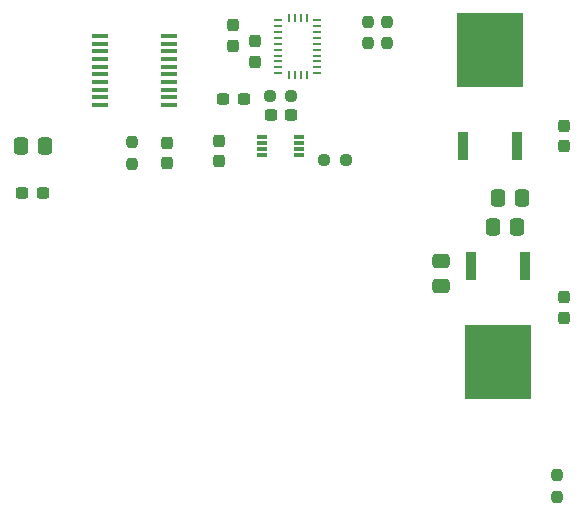
<source format=gbr>
%TF.GenerationSoftware,KiCad,Pcbnew,8.0.7*%
%TF.CreationDate,2024-12-26T23:36:22+07:00*%
%TF.ProjectId,Teensy4.0PCB,5465656e-7379-4342-9e30-5043422e6b69,rev?*%
%TF.SameCoordinates,Original*%
%TF.FileFunction,Paste,Top*%
%TF.FilePolarity,Positive*%
%FSLAX46Y46*%
G04 Gerber Fmt 4.6, Leading zero omitted, Abs format (unit mm)*
G04 Created by KiCad (PCBNEW 8.0.7) date 2024-12-26 23:36:22*
%MOMM*%
%LPD*%
G01*
G04 APERTURE LIST*
G04 Aperture macros list*
%AMRoundRect*
0 Rectangle with rounded corners*
0 $1 Rounding radius*
0 $2 $3 $4 $5 $6 $7 $8 $9 X,Y pos of 4 corners*
0 Add a 4 corners polygon primitive as box body*
4,1,4,$2,$3,$4,$5,$6,$7,$8,$9,$2,$3,0*
0 Add four circle primitives for the rounded corners*
1,1,$1+$1,$2,$3*
1,1,$1+$1,$4,$5*
1,1,$1+$1,$6,$7*
1,1,$1+$1,$8,$9*
0 Add four rect primitives between the rounded corners*
20,1,$1+$1,$2,$3,$4,$5,0*
20,1,$1+$1,$4,$5,$6,$7,0*
20,1,$1+$1,$6,$7,$8,$9,0*
20,1,$1+$1,$8,$9,$2,$3,0*%
G04 Aperture macros list end*
%ADD10RoundRect,0.250000X-0.337500X-0.475000X0.337500X-0.475000X0.337500X0.475000X-0.337500X0.475000X0*%
%ADD11RoundRect,0.237500X0.237500X-0.250000X0.237500X0.250000X-0.237500X0.250000X-0.237500X-0.250000X0*%
%ADD12RoundRect,0.237500X-0.300000X-0.237500X0.300000X-0.237500X0.300000X0.237500X-0.300000X0.237500X0*%
%ADD13RoundRect,0.237500X0.237500X-0.300000X0.237500X0.300000X-0.237500X0.300000X-0.237500X-0.300000X0*%
%ADD14R,0.675000X0.254000*%
%ADD15R,0.254000X0.675000*%
%ADD16RoundRect,0.237500X-0.237500X0.250000X-0.237500X-0.250000X0.237500X-0.250000X0.237500X0.250000X0*%
%ADD17RoundRect,0.237500X-0.250000X-0.237500X0.250000X-0.237500X0.250000X0.237500X-0.250000X0.237500X0*%
%ADD18R,0.850000X0.300000*%
%ADD19R,0.939800X2.489200*%
%ADD20R,5.562600X6.299200*%
%ADD21RoundRect,0.250000X0.475000X-0.337500X0.475000X0.337500X-0.475000X0.337500X-0.475000X-0.337500X0*%
%ADD22RoundRect,0.237500X-0.237500X0.300000X-0.237500X-0.300000X0.237500X-0.300000X0.237500X0.300000X0*%
%ADD23R,1.475000X0.450000*%
G04 APERTURE END LIST*
D10*
%TO.C,C9*%
X113000000Y-80000000D03*
X115075000Y-80000000D03*
%TD*%
D11*
%TO.C,R3*%
X122400000Y-81512500D03*
X122400000Y-79687500D03*
%TD*%
D10*
%TO.C,C12*%
X153372500Y-84430000D03*
X155447500Y-84430000D03*
%TD*%
D12*
%TO.C,C5*%
X134137500Y-77400000D03*
X135862500Y-77400000D03*
%TD*%
D11*
%TO.C,R4*%
X158400000Y-109712500D03*
X158400000Y-107887500D03*
%TD*%
D13*
%TO.C,C6*%
X125400000Y-81462500D03*
X125400000Y-79737500D03*
%TD*%
%TO.C,C11*%
X159010000Y-94532500D03*
X159010000Y-92807500D03*
%TD*%
D14*
%TO.C,U3*%
X134787500Y-73837500D03*
D15*
X135700000Y-73975000D03*
X136200000Y-73975000D03*
X136700000Y-73975000D03*
X137200000Y-73975000D03*
D14*
X138112500Y-73837500D03*
X138112500Y-73337500D03*
X138112500Y-72837500D03*
X138112500Y-72337500D03*
X138112500Y-71837500D03*
X138112500Y-71337500D03*
X138112500Y-70837500D03*
X138112500Y-70337500D03*
X138112500Y-69837500D03*
X138112500Y-69337500D03*
D15*
X137200000Y-69200000D03*
X136700000Y-69200000D03*
X136200000Y-69200000D03*
X135700000Y-69200000D03*
D14*
X134787500Y-69337500D03*
X134787500Y-69837500D03*
X134787500Y-70337500D03*
X134787500Y-70837500D03*
X134787500Y-71337500D03*
X134787500Y-71837500D03*
X134787500Y-72337500D03*
X134787500Y-72837500D03*
X134787500Y-73337500D03*
%TD*%
D16*
%TO.C,R5*%
X144000000Y-69487500D03*
X144000000Y-71312500D03*
%TD*%
D11*
%TO.C,R6*%
X142400000Y-71312500D03*
X142400000Y-69487500D03*
%TD*%
D13*
%TO.C,C7*%
X129800000Y-81262500D03*
X129800000Y-79537500D03*
%TD*%
D10*
%TO.C,C10*%
X152972500Y-86870000D03*
X155047500Y-86870000D03*
%TD*%
D17*
%TO.C,R2*%
X134087500Y-75800000D03*
X135912500Y-75800000D03*
%TD*%
D12*
%TO.C,C2*%
X130137500Y-76000000D03*
X131862500Y-76000000D03*
%TD*%
D18*
%TO.C,IC2*%
X136575000Y-80750000D03*
X136575000Y-80250000D03*
X136575000Y-79750000D03*
X136575000Y-79250000D03*
X133425000Y-79250000D03*
X133425000Y-79750000D03*
X133425000Y-80250000D03*
X133425000Y-80750000D03*
%TD*%
D19*
%TO.C,50R1*%
X155696000Y-90140800D03*
X151124000Y-90140800D03*
D20*
X153410000Y-98294200D03*
%TD*%
D21*
%TO.C,C1*%
X148600000Y-91837500D03*
X148600000Y-89762500D03*
%TD*%
D22*
%TO.C,C13*%
X159000000Y-78275000D03*
X159000000Y-80000000D03*
%TD*%
D19*
%TO.C,33R1*%
X150428000Y-80000000D03*
X155000000Y-80000000D03*
D20*
X152714000Y-71846600D03*
%TD*%
D13*
%TO.C,C4*%
X132800000Y-72862500D03*
X132800000Y-71137500D03*
%TD*%
D17*
%TO.C,R1*%
X138687500Y-81200000D03*
X140512500Y-81200000D03*
%TD*%
D13*
%TO.C,C3*%
X130930000Y-71510000D03*
X130930000Y-69785000D03*
%TD*%
D12*
%TO.C,C8*%
X113137500Y-84000000D03*
X114862500Y-84000000D03*
%TD*%
D23*
%TO.C,IC1*%
X119662000Y-70675000D03*
X119662000Y-71325000D03*
X119662000Y-71975000D03*
X119662000Y-72625000D03*
X119662000Y-73275000D03*
X119662000Y-73925000D03*
X119662000Y-74575000D03*
X119662000Y-75225000D03*
X119662000Y-75875000D03*
X119662000Y-76525000D03*
X125538000Y-76525000D03*
X125538000Y-75875000D03*
X125538000Y-75225000D03*
X125538000Y-74575000D03*
X125538000Y-73925000D03*
X125538000Y-73275000D03*
X125538000Y-72625000D03*
X125538000Y-71975000D03*
X125538000Y-71325000D03*
X125538000Y-70675000D03*
%TD*%
M02*

</source>
